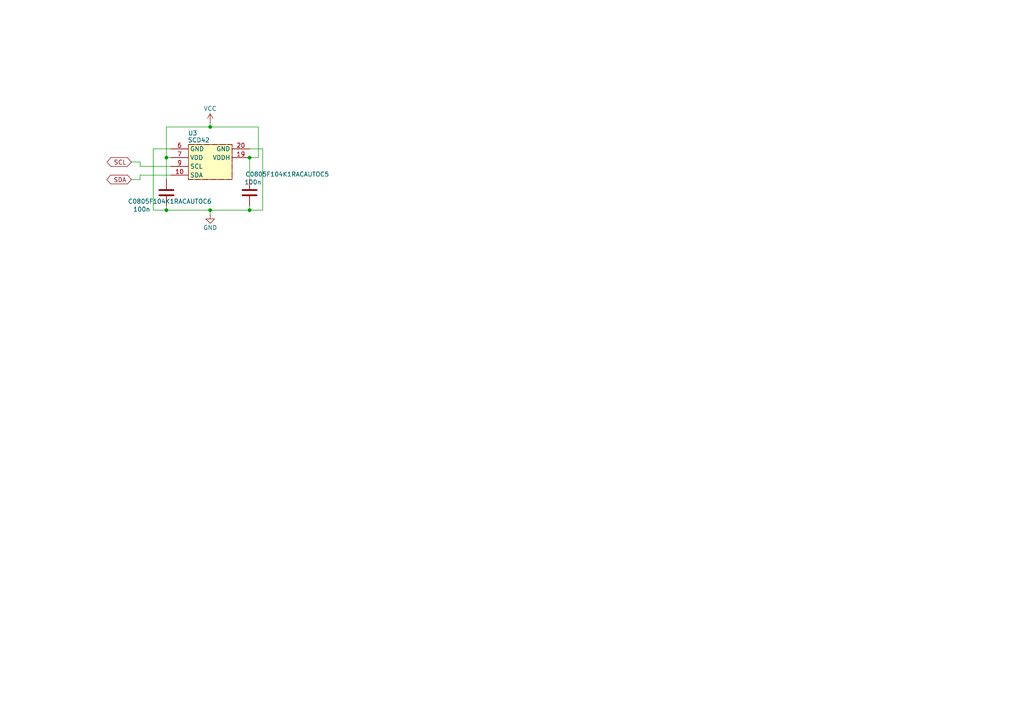
<source format=kicad_sch>
(kicad_sch (version 20250114) (generator "eeschema") (generator_version "9.0")
  (paper "A4")
  (lib_symbols
    (symbol "Device:C" (pin_numbers (hide yes)) (pin_names (offset 0.254))
      (property "Reference" "C" (at 0.635 2.54 0))
      (property "Value" "C" (at 0.635 -2.54 0))
      (symbol "C_0_1"
        (polyline (pts (xy -2.032 0.762) (xy 2.032 0.762)) (stroke (width 0.508)))
        (polyline (pts (xy -2.032 -0.762) (xy 2.032 -0.762)) (stroke (width 0.508)))
      )
      (symbol "C_1_1"
        (pin passive line (at 0 3.81 270) (length 2.794) (name "~") (number "1"))
        (pin passive line (at 0 -3.81 90) (length 2.794) (name "~") (number "2"))
      )
    )
    (symbol "M5Stamp:SCD42"
      (property "Reference" "U" (at -5.334 8.382 0))
      (property "Value" "SCD42" (at -3.048 6.35 0))
      (symbol "SCD42_0_1"
        (rectangle (start -6.35 5.08) (end 6.35 -5.08))
      )
      (symbol "SCD42_1_1"
        (rectangle (start -6.35 5.08) (end 6.35 -5.08) (stroke (width 0) (type dash)) (fill (type background)))
        (pin power_in line (at -11.43 3.81 0) (length 5.08) (name "GND") (number "6"))
        (pin power_in line (at -11.43 1.27 0) (length 5.08) (name "VDD") (number "7"))
        (pin input line (at -11.43 -1.27 0) (length 5.08) (name "SCL") (number "9"))
        (pin bidirectional line (at -11.43 -3.81 0) (length 5.08) (name "SDA") (number "10"))
        (pin power_in line (at 11.43 3.81 180) (length 5.08) (name "GND") (number "20"))
        (pin power_in line (at 11.43 1.27 180) (length 5.08) (name "VDDH") (number "19"))
      )
    )
    (symbol "power:GND" (power) (pin_numbers (hide yes)) (pin_names (offset 0) (hide yes))
      (property "Value" "GND" (at 0 -3.81 0))
      (symbol "GND_0_1"
        (polyline (pts (xy 0 0) (xy 0 -1.27) (xy 1.27 -1.27) (xy 0 -2.54) (xy -1.27 -1.27) (xy 0 -1.27)))
      )
      (symbol "GND_1_1"
        (pin power_in line (at 0 0 270) (length 0) (name "~") (number "1"))
      )
    )
    (symbol "power:VCC" (power) (pin_numbers (hide yes)) (pin_names (offset 0) (hide yes))
      (property "Value" "VCC" (at 0 3.556 0))
      (symbol "VCC_0_1"
        (polyline (pts (xy -0.762 1.27) (xy 0 2.54)))
        (polyline (pts (xy 0 2.54) (xy 0.762 1.27)))
        (polyline (pts (xy 0 0) (xy 0 2.54)))
      )
      (symbol "VCC_1_1"
        (pin power_in line (at 0 0 90) (length 0) (name "~") (number "1"))
      )
    )
  )
  (junction (at 60.96 36.83))
  (junction (at 72.39 60.96))
  (junction (at 48.26 60.96))
  (junction (at 72.39 45.72))
  (junction (at 60.96 60.96))
  (junction (at 48.26 45.72))
  (wire (pts (xy 40.64 52.07) (xy 40.64 50.8)))
  (wire (pts (xy 60.96 36.83) (xy 74.93 36.83)))
  (wire (pts (xy 48.26 45.72) (xy 48.26 36.83)))
  (wire (pts (xy 72.39 43.18) (xy 76.2 43.18)))
  (wire (pts (xy 76.2 60.96) (xy 76.2 43.18)))
  (wire (pts (xy 44.45 43.18) (xy 49.53 43.18)))
  (wire (pts (xy 40.64 48.26) (xy 49.53 48.26)))
  (wire (pts (xy 48.26 45.72) (xy 48.26 52.07)))
  (wire (pts (xy 60.96 60.96) (xy 60.96 62.23)))
  (wire (pts (xy 44.45 43.18) (xy 44.45 60.96)))
  (wire (pts (xy 38.1 46.99) (xy 40.64 46.99)))
  (wire (pts (xy 74.93 45.72) (xy 72.39 45.72)))
  (wire (pts (xy 60.96 60.96) (xy 72.39 60.96)))
  (wire (pts (xy 38.1 52.07) (xy 40.64 52.07)))
  (wire (pts (xy 72.39 60.96) (xy 72.39 59.69)))
  (wire (pts (xy 72.39 45.72) (xy 72.39 52.07)))
  (wire (pts (xy 48.26 60.96) (xy 60.96 60.96)))
  (wire (pts (xy 40.64 50.8) (xy 49.53 50.8)))
  (wire (pts (xy 60.96 35.56) (xy 60.96 36.83)))
  (wire (pts (xy 49.53 45.72) (xy 48.26 45.72)))
  (wire (pts (xy 48.26 60.96) (xy 48.26 59.69)))
  (wire (pts (xy 72.39 60.96) (xy 76.2 60.96)))
  (wire (pts (xy 48.26 36.83) (xy 60.96 36.83)))
  (wire (pts (xy 44.45 60.96) (xy 48.26 60.96)))
  (wire (pts (xy 74.93 36.83) (xy 74.93 45.72)))
  (wire (pts (xy 40.64 46.99) (xy 40.64 48.26)))
  (global_label "SCL" (shape bidirectional) (at 38.1 46.99 180) (property "Intersheetrefs" "${INTERSHEET_REFS}" (effects (hide yes))))
  (global_label "SDA" (shape bidirectional) (at 38.1 52.07 180) (property "Intersheetrefs" "${INTERSHEET_REFS}" (effects (hide yes))))
  (symbol (lib_id "Device:C") (at 72.39 55.88 0) (unit 1)
    (property "Reference" "C0805F104K1RACAUTOC5" (at 71.12 50.546 0) (effects (justify left)))
    (property "Value" "100n" (at 70.866 52.832 0) (effects (justify left)))
    (property "Footprint" "Library:C0805F104K1RACAUTO" (effects (hide yes)))
    (property "Description" "Unpolarized capacitor" (effects (hide yes)))
  )
  (symbol (lib_id "power:GND") (at 60.96 62.23 0) (unit 1)
    (property "Reference" "#PWR03" (effects (hide yes)))
    (property "Value" "GND" (at 60.96 66.04 0))
    (property "Description" "Power symbol creates a global label with name \"GND\" , ground" (effects (hide yes)))
  )
  (symbol (lib_id "power:VCC") (at 60.96 35.56 0) (unit 1)
    (property "Reference" "#PWR06" (effects (hide yes)))
    (property "Value" "VCC" (at 60.96 31.496 0))
    (property "Description" "Power symbol creates a global label with name \"VCC\"" (effects (hide yes)))
  )
  (symbol (lib_id "M5Stamp:SCD42") (at 60.96 46.99 0) (unit 1)
    (property "Reference" "U3" (at 55.88 38.608 0))
    (property "Value" "SCD42" (at 57.658 40.64 0))
    (property "Footprint" "Library:SCD42_SEN" (effects (hide yes)))
  )
  (symbol (lib_id "Device:C") (at 48.26 55.88 0) (unit 1)
    (property "Reference" "C0805F104K1RACAUTOC6" (at 37.084 58.42 0) (effects (justify left)))
    (property "Value" "100n" (at 38.608 60.706 0) (effects (justify left)))
    (property "Footprint" "Library:C0805F104K1RACAUTO" (effects (hide yes)))
    (property "Description" "Unpolarized capacitor" (effects (hide yes)))
  )
)
</source>
